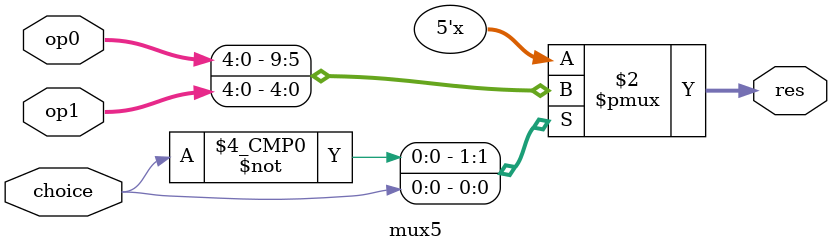
<source format=v>
module mux5 (input [4:0] op0, op1,
			 input choice,
			 output reg[4:0] res);
	
	always @(*) 
	begin
		case (choice)
			0: res = op0;
			1: res = op1;
		endcase
	end
endmodule
</source>
